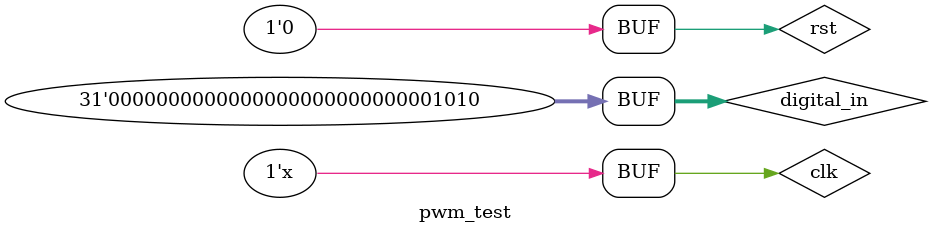
<source format=sv>
`timescale 1 ps/ 1 ps
module pwm_test;

	logic clk, rst, eoc, pulse;
	logic[30:0] digital_in;
	
	pwm #(16) DUT (clk, rst, digital_in, eoc, pulse);
	
	
	initial begin
		clk = 0;
		rst = 1;
		#15 rst = 0;
		
		digital_in = 'd10;
		
	
	end
	
	always 
			#10 clk <= !clk;
	
endmodule 
</source>
